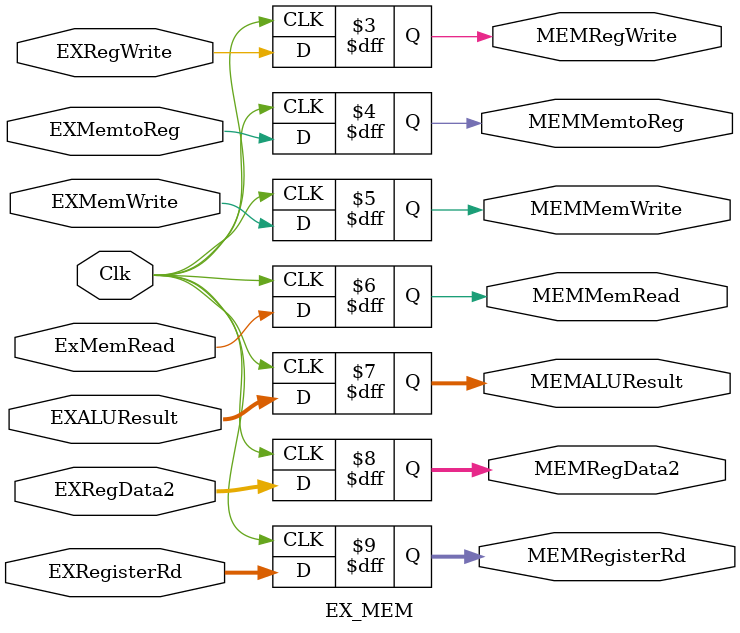
<source format=v>
`ifndef MODULE_EX_MEM
`define MODULE_EX_MEM
`timescale 1ns / 1ps

module EX_MEM(
    input Clk,
    input EXRegWrite,
    output reg MEMRegWrite,
    input EXMemtoReg,
    output reg MEMMemtoReg,
    input EXMemWrite,
    output reg MEMMemWrite,
    input ExMemRead,
    output reg MEMMemRead,
    input [31:0] EXALUResult,
    output reg [31:0] MEMALUResult,
    input [31:0] EXRegData2,
    output reg [31:0] MEMRegData2,
    input [4:0] EXRegisterRd,
    output reg [4:0] MEMRegisterRd
    );

    initial begin
        MEMRegWrite = 1'b0;
        MEMMemtoReg = 1'b0;
        MEMMemWrite = 1'b0;
        MEMMemRead = 1'b0;
        MEMALUResult = 32'b0;
        MEMRegData2 = 32'b0;
        MEMRegisterRd = 5'b0;
    end

    always @ (posedge Clk) begin
         MEMRegWrite <= EXRegWrite;
        MEMMemtoReg <= EXMemtoReg;
        MEMMemWrite <= EXMemWrite;
        MEMMemRead <= ExMemRead;
        MEMALUResult <= EXALUResult;
        MEMRegData2 <= EXRegData2;
        MEMRegisterRd <= EXRegisterRd;
    end
endmodule
`endif
</source>
